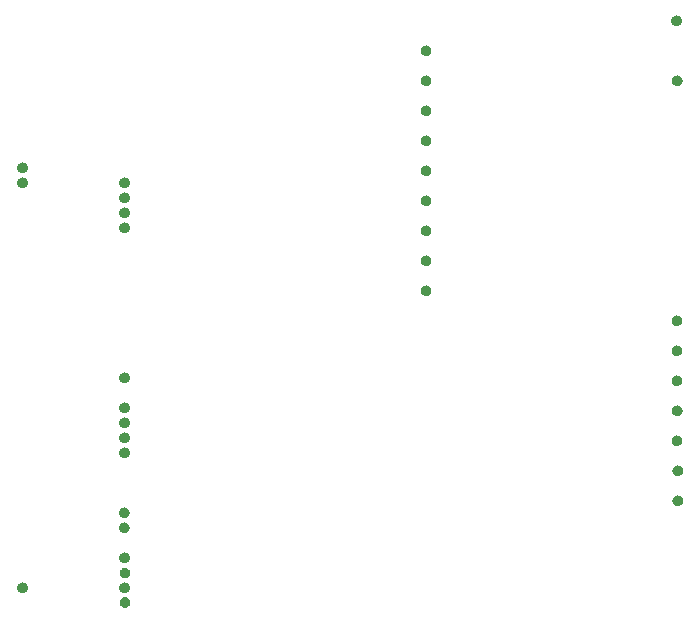
<source format=gbr>
G04 #@! TF.GenerationSoftware,KiCad,Pcbnew,5.1.5-52549c5~84~ubuntu18.04.1*
G04 #@! TF.CreationDate,2020-01-12T14:58:15-06:00*
G04 #@! TF.ProjectId,bloop-zturn-adapter,626c6f6f-702d-47a7-9475-726e2d616461,rev?*
G04 #@! TF.SameCoordinates,Original*
G04 #@! TF.FileFunction,Soldermask,Bot*
G04 #@! TF.FilePolarity,Negative*
%FSLAX46Y46*%
G04 Gerber Fmt 4.6, Leading zero omitted, Abs format (unit mm)*
G04 Created by KiCad (PCBNEW 5.1.5-52549c5~84~ubuntu18.04.1) date 2020-01-12 14:58:15*
%MOMM*%
%LPD*%
G04 APERTURE LIST*
%ADD10C,0.100000*%
G04 APERTURE END LIST*
D10*
G36*
X119881552Y-117816331D02*
G01*
X119963627Y-117850328D01*
X119963629Y-117850329D01*
X120000813Y-117875175D01*
X120037495Y-117899685D01*
X120100315Y-117962505D01*
X120149672Y-118036373D01*
X120183669Y-118118448D01*
X120201000Y-118205579D01*
X120201000Y-118294421D01*
X120183669Y-118381552D01*
X120149672Y-118463627D01*
X120149671Y-118463629D01*
X120100314Y-118537496D01*
X120037496Y-118600314D01*
X119963629Y-118649671D01*
X119963628Y-118649672D01*
X119963627Y-118649672D01*
X119881552Y-118683669D01*
X119794421Y-118701000D01*
X119705579Y-118701000D01*
X119618448Y-118683669D01*
X119536373Y-118649672D01*
X119536372Y-118649672D01*
X119536371Y-118649671D01*
X119462504Y-118600314D01*
X119399686Y-118537496D01*
X119350329Y-118463629D01*
X119350328Y-118463627D01*
X119316331Y-118381552D01*
X119299000Y-118294421D01*
X119299000Y-118205579D01*
X119316331Y-118118448D01*
X119350328Y-118036373D01*
X119399685Y-117962505D01*
X119462505Y-117899685D01*
X119499187Y-117875175D01*
X119536371Y-117850329D01*
X119536373Y-117850328D01*
X119618448Y-117816331D01*
X119705579Y-117799000D01*
X119794421Y-117799000D01*
X119881552Y-117816331D01*
G37*
G36*
X119849552Y-116581331D02*
G01*
X119931627Y-116615328D01*
X119931629Y-116615329D01*
X119968813Y-116640175D01*
X120005495Y-116664685D01*
X120068315Y-116727505D01*
X120117672Y-116801373D01*
X120151669Y-116883448D01*
X120169000Y-116970579D01*
X120169000Y-117059421D01*
X120151669Y-117146552D01*
X120117672Y-117228627D01*
X120117671Y-117228629D01*
X120068314Y-117302496D01*
X120005496Y-117365314D01*
X119931629Y-117414671D01*
X119931628Y-117414672D01*
X119931627Y-117414672D01*
X119849552Y-117448669D01*
X119762421Y-117466000D01*
X119673579Y-117466000D01*
X119586448Y-117448669D01*
X119504373Y-117414672D01*
X119504372Y-117414672D01*
X119504371Y-117414671D01*
X119430504Y-117365314D01*
X119367686Y-117302496D01*
X119318329Y-117228629D01*
X119318328Y-117228627D01*
X119284331Y-117146552D01*
X119267000Y-117059421D01*
X119267000Y-116970579D01*
X119284331Y-116883448D01*
X119318328Y-116801373D01*
X119367685Y-116727505D01*
X119430505Y-116664685D01*
X119467187Y-116640175D01*
X119504371Y-116615329D01*
X119504373Y-116615328D01*
X119586448Y-116581331D01*
X119673579Y-116564000D01*
X119762421Y-116564000D01*
X119849552Y-116581331D01*
G37*
G36*
X111213552Y-116581331D02*
G01*
X111295627Y-116615328D01*
X111295629Y-116615329D01*
X111332813Y-116640175D01*
X111369495Y-116664685D01*
X111432315Y-116727505D01*
X111481672Y-116801373D01*
X111515669Y-116883448D01*
X111533000Y-116970579D01*
X111533000Y-117059421D01*
X111515669Y-117146552D01*
X111481672Y-117228627D01*
X111481671Y-117228629D01*
X111432314Y-117302496D01*
X111369496Y-117365314D01*
X111295629Y-117414671D01*
X111295628Y-117414672D01*
X111295627Y-117414672D01*
X111213552Y-117448669D01*
X111126421Y-117466000D01*
X111037579Y-117466000D01*
X110950448Y-117448669D01*
X110868373Y-117414672D01*
X110868372Y-117414672D01*
X110868371Y-117414671D01*
X110794504Y-117365314D01*
X110731686Y-117302496D01*
X110682329Y-117228629D01*
X110682328Y-117228627D01*
X110648331Y-117146552D01*
X110631000Y-117059421D01*
X110631000Y-116970579D01*
X110648331Y-116883448D01*
X110682328Y-116801373D01*
X110731685Y-116727505D01*
X110794505Y-116664685D01*
X110831187Y-116640175D01*
X110868371Y-116615329D01*
X110868373Y-116615328D01*
X110950448Y-116581331D01*
X111037579Y-116564000D01*
X111126421Y-116564000D01*
X111213552Y-116581331D01*
G37*
G36*
X119874952Y-115336731D02*
G01*
X119957027Y-115370728D01*
X119957029Y-115370729D01*
X119994213Y-115395575D01*
X120030895Y-115420085D01*
X120093715Y-115482905D01*
X120143072Y-115556773D01*
X120177069Y-115638848D01*
X120194400Y-115725979D01*
X120194400Y-115814821D01*
X120177069Y-115901952D01*
X120143072Y-115984027D01*
X120143071Y-115984029D01*
X120093714Y-116057896D01*
X120030896Y-116120714D01*
X119957029Y-116170071D01*
X119957028Y-116170072D01*
X119957027Y-116170072D01*
X119874952Y-116204069D01*
X119787821Y-116221400D01*
X119698979Y-116221400D01*
X119611848Y-116204069D01*
X119529773Y-116170072D01*
X119529772Y-116170072D01*
X119529771Y-116170071D01*
X119455904Y-116120714D01*
X119393086Y-116057896D01*
X119343729Y-115984029D01*
X119343728Y-115984027D01*
X119309731Y-115901952D01*
X119292400Y-115814821D01*
X119292400Y-115725979D01*
X119309731Y-115638848D01*
X119343728Y-115556773D01*
X119393085Y-115482905D01*
X119455905Y-115420085D01*
X119492587Y-115395575D01*
X119529771Y-115370729D01*
X119529773Y-115370728D01*
X119611848Y-115336731D01*
X119698979Y-115319400D01*
X119787821Y-115319400D01*
X119874952Y-115336731D01*
G37*
G36*
X119849552Y-114041331D02*
G01*
X119931627Y-114075328D01*
X119931629Y-114075329D01*
X119968813Y-114100175D01*
X120005495Y-114124685D01*
X120068315Y-114187505D01*
X120117672Y-114261373D01*
X120151669Y-114343448D01*
X120169000Y-114430579D01*
X120169000Y-114519421D01*
X120151669Y-114606552D01*
X120117672Y-114688627D01*
X120117671Y-114688629D01*
X120068314Y-114762496D01*
X120005496Y-114825314D01*
X119931629Y-114874671D01*
X119931628Y-114874672D01*
X119931627Y-114874672D01*
X119849552Y-114908669D01*
X119762421Y-114926000D01*
X119673579Y-114926000D01*
X119586448Y-114908669D01*
X119504373Y-114874672D01*
X119504372Y-114874672D01*
X119504371Y-114874671D01*
X119430504Y-114825314D01*
X119367686Y-114762496D01*
X119318329Y-114688629D01*
X119318328Y-114688627D01*
X119284331Y-114606552D01*
X119267000Y-114519421D01*
X119267000Y-114430579D01*
X119284331Y-114343448D01*
X119318328Y-114261373D01*
X119367685Y-114187505D01*
X119430505Y-114124685D01*
X119467187Y-114100175D01*
X119504371Y-114075329D01*
X119504373Y-114075328D01*
X119586448Y-114041331D01*
X119673579Y-114024000D01*
X119762421Y-114024000D01*
X119849552Y-114041331D01*
G37*
G36*
X119824152Y-111501331D02*
G01*
X119906227Y-111535328D01*
X119906229Y-111535329D01*
X119943413Y-111560175D01*
X119980095Y-111584685D01*
X120042915Y-111647505D01*
X120092272Y-111721373D01*
X120126269Y-111803448D01*
X120143600Y-111890579D01*
X120143600Y-111979421D01*
X120126269Y-112066552D01*
X120092272Y-112148627D01*
X120092271Y-112148629D01*
X120042914Y-112222496D01*
X119980096Y-112285314D01*
X119906229Y-112334671D01*
X119906228Y-112334672D01*
X119906227Y-112334672D01*
X119824152Y-112368669D01*
X119737021Y-112386000D01*
X119648179Y-112386000D01*
X119561048Y-112368669D01*
X119478973Y-112334672D01*
X119478972Y-112334672D01*
X119478971Y-112334671D01*
X119405104Y-112285314D01*
X119342286Y-112222496D01*
X119292929Y-112148629D01*
X119292928Y-112148627D01*
X119258931Y-112066552D01*
X119241600Y-111979421D01*
X119241600Y-111890579D01*
X119258931Y-111803448D01*
X119292928Y-111721373D01*
X119342285Y-111647505D01*
X119405105Y-111584685D01*
X119441787Y-111560175D01*
X119478971Y-111535329D01*
X119478973Y-111535328D01*
X119561048Y-111501331D01*
X119648179Y-111484000D01*
X119737021Y-111484000D01*
X119824152Y-111501331D01*
G37*
G36*
X119824152Y-110231331D02*
G01*
X119906227Y-110265328D01*
X119906229Y-110265329D01*
X119943413Y-110290175D01*
X119980095Y-110314685D01*
X120042915Y-110377505D01*
X120092272Y-110451373D01*
X120126269Y-110533448D01*
X120143600Y-110620579D01*
X120143600Y-110709421D01*
X120126269Y-110796552D01*
X120092272Y-110878627D01*
X120092271Y-110878629D01*
X120042914Y-110952496D01*
X119980096Y-111015314D01*
X119906229Y-111064671D01*
X119906228Y-111064672D01*
X119906227Y-111064672D01*
X119824152Y-111098669D01*
X119737021Y-111116000D01*
X119648179Y-111116000D01*
X119561048Y-111098669D01*
X119478973Y-111064672D01*
X119478972Y-111064672D01*
X119478971Y-111064671D01*
X119405104Y-111015314D01*
X119342286Y-110952496D01*
X119292929Y-110878629D01*
X119292928Y-110878627D01*
X119258931Y-110796552D01*
X119241600Y-110709421D01*
X119241600Y-110620579D01*
X119258931Y-110533448D01*
X119292928Y-110451373D01*
X119342285Y-110377505D01*
X119405105Y-110314685D01*
X119441787Y-110290175D01*
X119478971Y-110265329D01*
X119478973Y-110265328D01*
X119561048Y-110231331D01*
X119648179Y-110214000D01*
X119737021Y-110214000D01*
X119824152Y-110231331D01*
G37*
G36*
X166687152Y-109215331D02*
G01*
X166769227Y-109249328D01*
X166769229Y-109249329D01*
X166806413Y-109274175D01*
X166843095Y-109298685D01*
X166905915Y-109361505D01*
X166955272Y-109435373D01*
X166989269Y-109517448D01*
X167006600Y-109604579D01*
X167006600Y-109693421D01*
X166989269Y-109780552D01*
X166955272Y-109862627D01*
X166955271Y-109862629D01*
X166905914Y-109936496D01*
X166843096Y-109999314D01*
X166769229Y-110048671D01*
X166769228Y-110048672D01*
X166769227Y-110048672D01*
X166687152Y-110082669D01*
X166600021Y-110100000D01*
X166511179Y-110100000D01*
X166424048Y-110082669D01*
X166341973Y-110048672D01*
X166341972Y-110048672D01*
X166341971Y-110048671D01*
X166268104Y-109999314D01*
X166205286Y-109936496D01*
X166155929Y-109862629D01*
X166155928Y-109862627D01*
X166121931Y-109780552D01*
X166104600Y-109693421D01*
X166104600Y-109604579D01*
X166121931Y-109517448D01*
X166155928Y-109435373D01*
X166205285Y-109361505D01*
X166268105Y-109298685D01*
X166304787Y-109274175D01*
X166341971Y-109249329D01*
X166341973Y-109249328D01*
X166424048Y-109215331D01*
X166511179Y-109198000D01*
X166600021Y-109198000D01*
X166687152Y-109215331D01*
G37*
G36*
X166687152Y-106675331D02*
G01*
X166769227Y-106709328D01*
X166769229Y-106709329D01*
X166806413Y-106734175D01*
X166843095Y-106758685D01*
X166905915Y-106821505D01*
X166955272Y-106895373D01*
X166989269Y-106977448D01*
X167006600Y-107064579D01*
X167006600Y-107153421D01*
X166989269Y-107240552D01*
X166955272Y-107322627D01*
X166955271Y-107322629D01*
X166905914Y-107396496D01*
X166843096Y-107459314D01*
X166769229Y-107508671D01*
X166769228Y-107508672D01*
X166769227Y-107508672D01*
X166687152Y-107542669D01*
X166600021Y-107560000D01*
X166511179Y-107560000D01*
X166424048Y-107542669D01*
X166341973Y-107508672D01*
X166341972Y-107508672D01*
X166341971Y-107508671D01*
X166268104Y-107459314D01*
X166205286Y-107396496D01*
X166155929Y-107322629D01*
X166155928Y-107322627D01*
X166121931Y-107240552D01*
X166104600Y-107153421D01*
X166104600Y-107064579D01*
X166121931Y-106977448D01*
X166155928Y-106895373D01*
X166205285Y-106821505D01*
X166268105Y-106758685D01*
X166304787Y-106734175D01*
X166341971Y-106709329D01*
X166341973Y-106709328D01*
X166424048Y-106675331D01*
X166511179Y-106658000D01*
X166600021Y-106658000D01*
X166687152Y-106675331D01*
G37*
G36*
X119849552Y-105151331D02*
G01*
X119931627Y-105185328D01*
X119931629Y-105185329D01*
X119968813Y-105210175D01*
X120005495Y-105234685D01*
X120068315Y-105297505D01*
X120117672Y-105371373D01*
X120151669Y-105453448D01*
X120169000Y-105540579D01*
X120169000Y-105629421D01*
X120151669Y-105716552D01*
X120117672Y-105798627D01*
X120117671Y-105798629D01*
X120068314Y-105872496D01*
X120005496Y-105935314D01*
X119931629Y-105984671D01*
X119931628Y-105984672D01*
X119931627Y-105984672D01*
X119849552Y-106018669D01*
X119762421Y-106036000D01*
X119673579Y-106036000D01*
X119586448Y-106018669D01*
X119504373Y-105984672D01*
X119504372Y-105984672D01*
X119504371Y-105984671D01*
X119430504Y-105935314D01*
X119367686Y-105872496D01*
X119318329Y-105798629D01*
X119318328Y-105798627D01*
X119284331Y-105716552D01*
X119267000Y-105629421D01*
X119267000Y-105540579D01*
X119284331Y-105453448D01*
X119318328Y-105371373D01*
X119367685Y-105297505D01*
X119430505Y-105234685D01*
X119467187Y-105210175D01*
X119504371Y-105185329D01*
X119504373Y-105185328D01*
X119586448Y-105151331D01*
X119673579Y-105134000D01*
X119762421Y-105134000D01*
X119849552Y-105151331D01*
G37*
G36*
X166610952Y-104135331D02*
G01*
X166693027Y-104169328D01*
X166693029Y-104169329D01*
X166714159Y-104183448D01*
X166766895Y-104218685D01*
X166829715Y-104281505D01*
X166879072Y-104355373D01*
X166913069Y-104437448D01*
X166930400Y-104524579D01*
X166930400Y-104613421D01*
X166913069Y-104700552D01*
X166893138Y-104748668D01*
X166879071Y-104782629D01*
X166829714Y-104856496D01*
X166766896Y-104919314D01*
X166693029Y-104968671D01*
X166693028Y-104968672D01*
X166693027Y-104968672D01*
X166610952Y-105002669D01*
X166523821Y-105020000D01*
X166434979Y-105020000D01*
X166347848Y-105002669D01*
X166265773Y-104968672D01*
X166265772Y-104968672D01*
X166265771Y-104968671D01*
X166191904Y-104919314D01*
X166129086Y-104856496D01*
X166079729Y-104782629D01*
X166065662Y-104748668D01*
X166045731Y-104700552D01*
X166028400Y-104613421D01*
X166028400Y-104524579D01*
X166045731Y-104437448D01*
X166079728Y-104355373D01*
X166129085Y-104281505D01*
X166191905Y-104218685D01*
X166244641Y-104183448D01*
X166265771Y-104169329D01*
X166265773Y-104169328D01*
X166347848Y-104135331D01*
X166434979Y-104118000D01*
X166523821Y-104118000D01*
X166610952Y-104135331D01*
G37*
G36*
X119849552Y-103881331D02*
G01*
X119931627Y-103915328D01*
X119931629Y-103915329D01*
X119968813Y-103940175D01*
X120005495Y-103964685D01*
X120068315Y-104027505D01*
X120117672Y-104101373D01*
X120151669Y-104183448D01*
X120169000Y-104270579D01*
X120169000Y-104359421D01*
X120151669Y-104446552D01*
X120119349Y-104524579D01*
X120117671Y-104528629D01*
X120068314Y-104602496D01*
X120005496Y-104665314D01*
X119931629Y-104714671D01*
X119931628Y-104714672D01*
X119931627Y-104714672D01*
X119849552Y-104748669D01*
X119762421Y-104766000D01*
X119673579Y-104766000D01*
X119586448Y-104748669D01*
X119504373Y-104714672D01*
X119504372Y-104714672D01*
X119504371Y-104714671D01*
X119430504Y-104665314D01*
X119367686Y-104602496D01*
X119318329Y-104528629D01*
X119316651Y-104524579D01*
X119284331Y-104446552D01*
X119267000Y-104359421D01*
X119267000Y-104270579D01*
X119284331Y-104183448D01*
X119318328Y-104101373D01*
X119367685Y-104027505D01*
X119430505Y-103964685D01*
X119467187Y-103940175D01*
X119504371Y-103915329D01*
X119504373Y-103915328D01*
X119586448Y-103881331D01*
X119673579Y-103864000D01*
X119762421Y-103864000D01*
X119849552Y-103881331D01*
G37*
G36*
X119849552Y-102611331D02*
G01*
X119931627Y-102645328D01*
X119931629Y-102645329D01*
X119968813Y-102670175D01*
X120005495Y-102694685D01*
X120068315Y-102757505D01*
X120117672Y-102831373D01*
X120151669Y-102913448D01*
X120169000Y-103000579D01*
X120169000Y-103089421D01*
X120151669Y-103176552D01*
X120117672Y-103258627D01*
X120117671Y-103258629D01*
X120068314Y-103332496D01*
X120005496Y-103395314D01*
X119931629Y-103444671D01*
X119931628Y-103444672D01*
X119931627Y-103444672D01*
X119849552Y-103478669D01*
X119762421Y-103496000D01*
X119673579Y-103496000D01*
X119586448Y-103478669D01*
X119504373Y-103444672D01*
X119504372Y-103444672D01*
X119504371Y-103444671D01*
X119430504Y-103395314D01*
X119367686Y-103332496D01*
X119318329Y-103258629D01*
X119318328Y-103258627D01*
X119284331Y-103176552D01*
X119267000Y-103089421D01*
X119267000Y-103000579D01*
X119284331Y-102913448D01*
X119318328Y-102831373D01*
X119367685Y-102757505D01*
X119430505Y-102694685D01*
X119467187Y-102670175D01*
X119504371Y-102645329D01*
X119504373Y-102645328D01*
X119586448Y-102611331D01*
X119673579Y-102594000D01*
X119762421Y-102594000D01*
X119849552Y-102611331D01*
G37*
G36*
X166636352Y-101595331D02*
G01*
X166718427Y-101629328D01*
X166718429Y-101629329D01*
X166739559Y-101643448D01*
X166792295Y-101678685D01*
X166855115Y-101741505D01*
X166904472Y-101815373D01*
X166938469Y-101897448D01*
X166955800Y-101984579D01*
X166955800Y-102073421D01*
X166938469Y-102160552D01*
X166918538Y-102208668D01*
X166904471Y-102242629D01*
X166855114Y-102316496D01*
X166792296Y-102379314D01*
X166718429Y-102428671D01*
X166718428Y-102428672D01*
X166718427Y-102428672D01*
X166636352Y-102462669D01*
X166549221Y-102480000D01*
X166460379Y-102480000D01*
X166373248Y-102462669D01*
X166291173Y-102428672D01*
X166291172Y-102428672D01*
X166291171Y-102428671D01*
X166217304Y-102379314D01*
X166154486Y-102316496D01*
X166105129Y-102242629D01*
X166091062Y-102208668D01*
X166071131Y-102160552D01*
X166053800Y-102073421D01*
X166053800Y-101984579D01*
X166071131Y-101897448D01*
X166105128Y-101815373D01*
X166154485Y-101741505D01*
X166217305Y-101678685D01*
X166270041Y-101643448D01*
X166291171Y-101629329D01*
X166291173Y-101629328D01*
X166373248Y-101595331D01*
X166460379Y-101578000D01*
X166549221Y-101578000D01*
X166636352Y-101595331D01*
G37*
G36*
X119849552Y-101341331D02*
G01*
X119931627Y-101375328D01*
X119931629Y-101375329D01*
X119968813Y-101400175D01*
X120005495Y-101424685D01*
X120068315Y-101487505D01*
X120117672Y-101561373D01*
X120151669Y-101643448D01*
X120169000Y-101730579D01*
X120169000Y-101819421D01*
X120151669Y-101906552D01*
X120119349Y-101984579D01*
X120117671Y-101988629D01*
X120068314Y-102062496D01*
X120005496Y-102125314D01*
X119931629Y-102174671D01*
X119931628Y-102174672D01*
X119931627Y-102174672D01*
X119849552Y-102208669D01*
X119762421Y-102226000D01*
X119673579Y-102226000D01*
X119586448Y-102208669D01*
X119504373Y-102174672D01*
X119504372Y-102174672D01*
X119504371Y-102174671D01*
X119430504Y-102125314D01*
X119367686Y-102062496D01*
X119318329Y-101988629D01*
X119316651Y-101984579D01*
X119284331Y-101906552D01*
X119267000Y-101819421D01*
X119267000Y-101730579D01*
X119284331Y-101643448D01*
X119318328Y-101561373D01*
X119367685Y-101487505D01*
X119430505Y-101424685D01*
X119467187Y-101400175D01*
X119504371Y-101375329D01*
X119504373Y-101375328D01*
X119586448Y-101341331D01*
X119673579Y-101324000D01*
X119762421Y-101324000D01*
X119849552Y-101341331D01*
G37*
G36*
X166610952Y-99055331D02*
G01*
X166693027Y-99089328D01*
X166693029Y-99089329D01*
X166714159Y-99103448D01*
X166766895Y-99138685D01*
X166829715Y-99201505D01*
X166879072Y-99275373D01*
X166913069Y-99357448D01*
X166930400Y-99444579D01*
X166930400Y-99533421D01*
X166913069Y-99620552D01*
X166893138Y-99668668D01*
X166879071Y-99702629D01*
X166829714Y-99776496D01*
X166766896Y-99839314D01*
X166693029Y-99888671D01*
X166693028Y-99888672D01*
X166693027Y-99888672D01*
X166610952Y-99922669D01*
X166523821Y-99940000D01*
X166434979Y-99940000D01*
X166347848Y-99922669D01*
X166265773Y-99888672D01*
X166265772Y-99888672D01*
X166265771Y-99888671D01*
X166191904Y-99839314D01*
X166129086Y-99776496D01*
X166079729Y-99702629D01*
X166065662Y-99668668D01*
X166045731Y-99620552D01*
X166028400Y-99533421D01*
X166028400Y-99444579D01*
X166045731Y-99357448D01*
X166079728Y-99275373D01*
X166129085Y-99201505D01*
X166191905Y-99138685D01*
X166244641Y-99103448D01*
X166265771Y-99089329D01*
X166265773Y-99089328D01*
X166347848Y-99055331D01*
X166434979Y-99038000D01*
X166523821Y-99038000D01*
X166610952Y-99055331D01*
G37*
G36*
X119849552Y-98801331D02*
G01*
X119931627Y-98835328D01*
X119931629Y-98835329D01*
X119968813Y-98860175D01*
X120005495Y-98884685D01*
X120068315Y-98947505D01*
X120117672Y-99021373D01*
X120151669Y-99103448D01*
X120169000Y-99190579D01*
X120169000Y-99279421D01*
X120151669Y-99366552D01*
X120119349Y-99444579D01*
X120117671Y-99448629D01*
X120068314Y-99522496D01*
X120005496Y-99585314D01*
X119931629Y-99634671D01*
X119931628Y-99634672D01*
X119931627Y-99634672D01*
X119849552Y-99668669D01*
X119762421Y-99686000D01*
X119673579Y-99686000D01*
X119586448Y-99668669D01*
X119504373Y-99634672D01*
X119504372Y-99634672D01*
X119504371Y-99634671D01*
X119430504Y-99585314D01*
X119367686Y-99522496D01*
X119318329Y-99448629D01*
X119316651Y-99444579D01*
X119284331Y-99366552D01*
X119267000Y-99279421D01*
X119267000Y-99190579D01*
X119284331Y-99103448D01*
X119318328Y-99021373D01*
X119367685Y-98947505D01*
X119430505Y-98884685D01*
X119467187Y-98860175D01*
X119504371Y-98835329D01*
X119504373Y-98835328D01*
X119586448Y-98801331D01*
X119673579Y-98784000D01*
X119762421Y-98784000D01*
X119849552Y-98801331D01*
G37*
G36*
X166610952Y-96515331D02*
G01*
X166693027Y-96549328D01*
X166693029Y-96549329D01*
X166730213Y-96574175D01*
X166766895Y-96598685D01*
X166829715Y-96661505D01*
X166879072Y-96735373D01*
X166913069Y-96817448D01*
X166930400Y-96904579D01*
X166930400Y-96993421D01*
X166913069Y-97080552D01*
X166879072Y-97162627D01*
X166879071Y-97162629D01*
X166829714Y-97236496D01*
X166766896Y-97299314D01*
X166693029Y-97348671D01*
X166693028Y-97348672D01*
X166693027Y-97348672D01*
X166610952Y-97382669D01*
X166523821Y-97400000D01*
X166434979Y-97400000D01*
X166347848Y-97382669D01*
X166265773Y-97348672D01*
X166265772Y-97348672D01*
X166265771Y-97348671D01*
X166191904Y-97299314D01*
X166129086Y-97236496D01*
X166079729Y-97162629D01*
X166079728Y-97162627D01*
X166045731Y-97080552D01*
X166028400Y-96993421D01*
X166028400Y-96904579D01*
X166045731Y-96817448D01*
X166079728Y-96735373D01*
X166129085Y-96661505D01*
X166191905Y-96598685D01*
X166228587Y-96574175D01*
X166265771Y-96549329D01*
X166265773Y-96549328D01*
X166347848Y-96515331D01*
X166434979Y-96498000D01*
X166523821Y-96498000D01*
X166610952Y-96515331D01*
G37*
G36*
X166610952Y-93975331D02*
G01*
X166693027Y-94009328D01*
X166693029Y-94009329D01*
X166730213Y-94034175D01*
X166766895Y-94058685D01*
X166829715Y-94121505D01*
X166879072Y-94195373D01*
X166913069Y-94277448D01*
X166930400Y-94364579D01*
X166930400Y-94453421D01*
X166913069Y-94540552D01*
X166879072Y-94622627D01*
X166879071Y-94622629D01*
X166829714Y-94696496D01*
X166766896Y-94759314D01*
X166693029Y-94808671D01*
X166693028Y-94808672D01*
X166693027Y-94808672D01*
X166610952Y-94842669D01*
X166523821Y-94860000D01*
X166434979Y-94860000D01*
X166347848Y-94842669D01*
X166265773Y-94808672D01*
X166265772Y-94808672D01*
X166265771Y-94808671D01*
X166191904Y-94759314D01*
X166129086Y-94696496D01*
X166079729Y-94622629D01*
X166079728Y-94622627D01*
X166045731Y-94540552D01*
X166028400Y-94453421D01*
X166028400Y-94364579D01*
X166045731Y-94277448D01*
X166079728Y-94195373D01*
X166129085Y-94121505D01*
X166191905Y-94058685D01*
X166228587Y-94034175D01*
X166265771Y-94009329D01*
X166265773Y-94009328D01*
X166347848Y-93975331D01*
X166434979Y-93958000D01*
X166523821Y-93958000D01*
X166610952Y-93975331D01*
G37*
G36*
X145376552Y-91435331D02*
G01*
X145458627Y-91469328D01*
X145458629Y-91469329D01*
X145495813Y-91494175D01*
X145532495Y-91518685D01*
X145595315Y-91581505D01*
X145644672Y-91655373D01*
X145678669Y-91737448D01*
X145696000Y-91824579D01*
X145696000Y-91913421D01*
X145678669Y-92000552D01*
X145644672Y-92082627D01*
X145644671Y-92082629D01*
X145595314Y-92156496D01*
X145532496Y-92219314D01*
X145458629Y-92268671D01*
X145458628Y-92268672D01*
X145458627Y-92268672D01*
X145376552Y-92302669D01*
X145289421Y-92320000D01*
X145200579Y-92320000D01*
X145113448Y-92302669D01*
X145031373Y-92268672D01*
X145031372Y-92268672D01*
X145031371Y-92268671D01*
X144957504Y-92219314D01*
X144894686Y-92156496D01*
X144845329Y-92082629D01*
X144845328Y-92082627D01*
X144811331Y-92000552D01*
X144794000Y-91913421D01*
X144794000Y-91824579D01*
X144811331Y-91737448D01*
X144845328Y-91655373D01*
X144894685Y-91581505D01*
X144957505Y-91518685D01*
X144994187Y-91494175D01*
X145031371Y-91469329D01*
X145031373Y-91469328D01*
X145113448Y-91435331D01*
X145200579Y-91418000D01*
X145289421Y-91418000D01*
X145376552Y-91435331D01*
G37*
G36*
X145376552Y-88895331D02*
G01*
X145458627Y-88929328D01*
X145458629Y-88929329D01*
X145495813Y-88954175D01*
X145532495Y-88978685D01*
X145595315Y-89041505D01*
X145644672Y-89115373D01*
X145678669Y-89197448D01*
X145696000Y-89284579D01*
X145696000Y-89373421D01*
X145678669Y-89460552D01*
X145644672Y-89542627D01*
X145644671Y-89542629D01*
X145595314Y-89616496D01*
X145532496Y-89679314D01*
X145458629Y-89728671D01*
X145458628Y-89728672D01*
X145458627Y-89728672D01*
X145376552Y-89762669D01*
X145289421Y-89780000D01*
X145200579Y-89780000D01*
X145113448Y-89762669D01*
X145031373Y-89728672D01*
X145031372Y-89728672D01*
X145031371Y-89728671D01*
X144957504Y-89679314D01*
X144894686Y-89616496D01*
X144845329Y-89542629D01*
X144845328Y-89542627D01*
X144811331Y-89460552D01*
X144794000Y-89373421D01*
X144794000Y-89284579D01*
X144811331Y-89197448D01*
X144845328Y-89115373D01*
X144894685Y-89041505D01*
X144957505Y-88978685D01*
X144994187Y-88954175D01*
X145031371Y-88929329D01*
X145031373Y-88929328D01*
X145113448Y-88895331D01*
X145200579Y-88878000D01*
X145289421Y-88878000D01*
X145376552Y-88895331D01*
G37*
G36*
X145376552Y-86355331D02*
G01*
X145458627Y-86389328D01*
X145458629Y-86389329D01*
X145479759Y-86403448D01*
X145532495Y-86438685D01*
X145595315Y-86501505D01*
X145644672Y-86575373D01*
X145678669Y-86657448D01*
X145696000Y-86744579D01*
X145696000Y-86833421D01*
X145678669Y-86920552D01*
X145658738Y-86968668D01*
X145644671Y-87002629D01*
X145595314Y-87076496D01*
X145532496Y-87139314D01*
X145458629Y-87188671D01*
X145458628Y-87188672D01*
X145458627Y-87188672D01*
X145376552Y-87222669D01*
X145289421Y-87240000D01*
X145200579Y-87240000D01*
X145113448Y-87222669D01*
X145031373Y-87188672D01*
X145031372Y-87188672D01*
X145031371Y-87188671D01*
X144957504Y-87139314D01*
X144894686Y-87076496D01*
X144845329Y-87002629D01*
X144831262Y-86968668D01*
X144811331Y-86920552D01*
X144794000Y-86833421D01*
X144794000Y-86744579D01*
X144811331Y-86657448D01*
X144845328Y-86575373D01*
X144894685Y-86501505D01*
X144957505Y-86438685D01*
X145010241Y-86403448D01*
X145031371Y-86389329D01*
X145031373Y-86389328D01*
X145113448Y-86355331D01*
X145200579Y-86338000D01*
X145289421Y-86338000D01*
X145376552Y-86355331D01*
G37*
G36*
X119849552Y-86101331D02*
G01*
X119931627Y-86135328D01*
X119931629Y-86135329D01*
X119968813Y-86160175D01*
X120005495Y-86184685D01*
X120068315Y-86247505D01*
X120117672Y-86321373D01*
X120151669Y-86403448D01*
X120169000Y-86490579D01*
X120169000Y-86579421D01*
X120151669Y-86666552D01*
X120119349Y-86744579D01*
X120117671Y-86748629D01*
X120068314Y-86822496D01*
X120005496Y-86885314D01*
X119931629Y-86934671D01*
X119931628Y-86934672D01*
X119931627Y-86934672D01*
X119849552Y-86968669D01*
X119762421Y-86986000D01*
X119673579Y-86986000D01*
X119586448Y-86968669D01*
X119504373Y-86934672D01*
X119504372Y-86934672D01*
X119504371Y-86934671D01*
X119430504Y-86885314D01*
X119367686Y-86822496D01*
X119318329Y-86748629D01*
X119316651Y-86744579D01*
X119284331Y-86666552D01*
X119267000Y-86579421D01*
X119267000Y-86490579D01*
X119284331Y-86403448D01*
X119318328Y-86321373D01*
X119367685Y-86247505D01*
X119430505Y-86184685D01*
X119467187Y-86160175D01*
X119504371Y-86135329D01*
X119504373Y-86135328D01*
X119586448Y-86101331D01*
X119673579Y-86084000D01*
X119762421Y-86084000D01*
X119849552Y-86101331D01*
G37*
G36*
X119849552Y-84831331D02*
G01*
X119931627Y-84865328D01*
X119931629Y-84865329D01*
X119968813Y-84890175D01*
X120005495Y-84914685D01*
X120068315Y-84977505D01*
X120117672Y-85051373D01*
X120151669Y-85133448D01*
X120169000Y-85220579D01*
X120169000Y-85309421D01*
X120151669Y-85396552D01*
X120117672Y-85478627D01*
X120117671Y-85478629D01*
X120068314Y-85552496D01*
X120005496Y-85615314D01*
X119931629Y-85664671D01*
X119931628Y-85664672D01*
X119931627Y-85664672D01*
X119849552Y-85698669D01*
X119762421Y-85716000D01*
X119673579Y-85716000D01*
X119586448Y-85698669D01*
X119504373Y-85664672D01*
X119504372Y-85664672D01*
X119504371Y-85664671D01*
X119430504Y-85615314D01*
X119367686Y-85552496D01*
X119318329Y-85478629D01*
X119318328Y-85478627D01*
X119284331Y-85396552D01*
X119267000Y-85309421D01*
X119267000Y-85220579D01*
X119284331Y-85133448D01*
X119318328Y-85051373D01*
X119367685Y-84977505D01*
X119430505Y-84914685D01*
X119467187Y-84890175D01*
X119504371Y-84865329D01*
X119504373Y-84865328D01*
X119586448Y-84831331D01*
X119673579Y-84814000D01*
X119762421Y-84814000D01*
X119849552Y-84831331D01*
G37*
G36*
X145376552Y-83815331D02*
G01*
X145458627Y-83849328D01*
X145458629Y-83849329D01*
X145479759Y-83863448D01*
X145532495Y-83898685D01*
X145595315Y-83961505D01*
X145644672Y-84035373D01*
X145678669Y-84117448D01*
X145696000Y-84204579D01*
X145696000Y-84293421D01*
X145678669Y-84380552D01*
X145658738Y-84428668D01*
X145644671Y-84462629D01*
X145595314Y-84536496D01*
X145532496Y-84599314D01*
X145458629Y-84648671D01*
X145458628Y-84648672D01*
X145458627Y-84648672D01*
X145376552Y-84682669D01*
X145289421Y-84700000D01*
X145200579Y-84700000D01*
X145113448Y-84682669D01*
X145031373Y-84648672D01*
X145031372Y-84648672D01*
X145031371Y-84648671D01*
X144957504Y-84599314D01*
X144894686Y-84536496D01*
X144845329Y-84462629D01*
X144831262Y-84428668D01*
X144811331Y-84380552D01*
X144794000Y-84293421D01*
X144794000Y-84204579D01*
X144811331Y-84117448D01*
X144845328Y-84035373D01*
X144894685Y-83961505D01*
X144957505Y-83898685D01*
X145010241Y-83863448D01*
X145031371Y-83849329D01*
X145031373Y-83849328D01*
X145113448Y-83815331D01*
X145200579Y-83798000D01*
X145289421Y-83798000D01*
X145376552Y-83815331D01*
G37*
G36*
X119849552Y-83561331D02*
G01*
X119931627Y-83595328D01*
X119931629Y-83595329D01*
X119968813Y-83620175D01*
X120005495Y-83644685D01*
X120068315Y-83707505D01*
X120117672Y-83781373D01*
X120151669Y-83863448D01*
X120169000Y-83950579D01*
X120169000Y-84039421D01*
X120151669Y-84126552D01*
X120119349Y-84204579D01*
X120117671Y-84208629D01*
X120068314Y-84282496D01*
X120005496Y-84345314D01*
X119931629Y-84394671D01*
X119931628Y-84394672D01*
X119931627Y-84394672D01*
X119849552Y-84428669D01*
X119762421Y-84446000D01*
X119673579Y-84446000D01*
X119586448Y-84428669D01*
X119504373Y-84394672D01*
X119504372Y-84394672D01*
X119504371Y-84394671D01*
X119430504Y-84345314D01*
X119367686Y-84282496D01*
X119318329Y-84208629D01*
X119316651Y-84204579D01*
X119284331Y-84126552D01*
X119267000Y-84039421D01*
X119267000Y-83950579D01*
X119284331Y-83863448D01*
X119318328Y-83781373D01*
X119367685Y-83707505D01*
X119430505Y-83644685D01*
X119467187Y-83620175D01*
X119504371Y-83595329D01*
X119504373Y-83595328D01*
X119586448Y-83561331D01*
X119673579Y-83544000D01*
X119762421Y-83544000D01*
X119849552Y-83561331D01*
G37*
G36*
X111213552Y-82291331D02*
G01*
X111295627Y-82325328D01*
X111295629Y-82325329D01*
X111332813Y-82350175D01*
X111369495Y-82374685D01*
X111432315Y-82437505D01*
X111481672Y-82511373D01*
X111515669Y-82593448D01*
X111533000Y-82680579D01*
X111533000Y-82769421D01*
X111515669Y-82856552D01*
X111481672Y-82938627D01*
X111481671Y-82938629D01*
X111432314Y-83012496D01*
X111369496Y-83075314D01*
X111295629Y-83124671D01*
X111295628Y-83124672D01*
X111295627Y-83124672D01*
X111213552Y-83158669D01*
X111126421Y-83176000D01*
X111037579Y-83176000D01*
X110950448Y-83158669D01*
X110868373Y-83124672D01*
X110868372Y-83124672D01*
X110868371Y-83124671D01*
X110794504Y-83075314D01*
X110731686Y-83012496D01*
X110682329Y-82938629D01*
X110682328Y-82938627D01*
X110648331Y-82856552D01*
X110631000Y-82769421D01*
X110631000Y-82680579D01*
X110648331Y-82593448D01*
X110682328Y-82511373D01*
X110731685Y-82437505D01*
X110794505Y-82374685D01*
X110831187Y-82350175D01*
X110868371Y-82325329D01*
X110868373Y-82325328D01*
X110950448Y-82291331D01*
X111037579Y-82274000D01*
X111126421Y-82274000D01*
X111213552Y-82291331D01*
G37*
G36*
X119849552Y-82291331D02*
G01*
X119931627Y-82325328D01*
X119931629Y-82325329D01*
X119968813Y-82350175D01*
X120005495Y-82374685D01*
X120068315Y-82437505D01*
X120117672Y-82511373D01*
X120151669Y-82593448D01*
X120169000Y-82680579D01*
X120169000Y-82769421D01*
X120151669Y-82856552D01*
X120117672Y-82938627D01*
X120117671Y-82938629D01*
X120068314Y-83012496D01*
X120005496Y-83075314D01*
X119931629Y-83124671D01*
X119931628Y-83124672D01*
X119931627Y-83124672D01*
X119849552Y-83158669D01*
X119762421Y-83176000D01*
X119673579Y-83176000D01*
X119586448Y-83158669D01*
X119504373Y-83124672D01*
X119504372Y-83124672D01*
X119504371Y-83124671D01*
X119430504Y-83075314D01*
X119367686Y-83012496D01*
X119318329Y-82938629D01*
X119318328Y-82938627D01*
X119284331Y-82856552D01*
X119267000Y-82769421D01*
X119267000Y-82680579D01*
X119284331Y-82593448D01*
X119318328Y-82511373D01*
X119367685Y-82437505D01*
X119430505Y-82374685D01*
X119467187Y-82350175D01*
X119504371Y-82325329D01*
X119504373Y-82325328D01*
X119586448Y-82291331D01*
X119673579Y-82274000D01*
X119762421Y-82274000D01*
X119849552Y-82291331D01*
G37*
G36*
X145376552Y-81275331D02*
G01*
X145458627Y-81309328D01*
X145458629Y-81309329D01*
X145479759Y-81323448D01*
X145532495Y-81358685D01*
X145595315Y-81421505D01*
X145644672Y-81495373D01*
X145678669Y-81577448D01*
X145696000Y-81664579D01*
X145696000Y-81753421D01*
X145678669Y-81840552D01*
X145658738Y-81888668D01*
X145644671Y-81922629D01*
X145595314Y-81996496D01*
X145532496Y-82059314D01*
X145458629Y-82108671D01*
X145458628Y-82108672D01*
X145458627Y-82108672D01*
X145376552Y-82142669D01*
X145289421Y-82160000D01*
X145200579Y-82160000D01*
X145113448Y-82142669D01*
X145031373Y-82108672D01*
X145031372Y-82108672D01*
X145031371Y-82108671D01*
X144957504Y-82059314D01*
X144894686Y-81996496D01*
X144845329Y-81922629D01*
X144831262Y-81888668D01*
X144811331Y-81840552D01*
X144794000Y-81753421D01*
X144794000Y-81664579D01*
X144811331Y-81577448D01*
X144845328Y-81495373D01*
X144894685Y-81421505D01*
X144957505Y-81358685D01*
X145010241Y-81323448D01*
X145031371Y-81309329D01*
X145031373Y-81309328D01*
X145113448Y-81275331D01*
X145200579Y-81258000D01*
X145289421Y-81258000D01*
X145376552Y-81275331D01*
G37*
G36*
X111213552Y-81021331D02*
G01*
X111295627Y-81055328D01*
X111295629Y-81055329D01*
X111332813Y-81080175D01*
X111369495Y-81104685D01*
X111432315Y-81167505D01*
X111481672Y-81241373D01*
X111515669Y-81323448D01*
X111533000Y-81410579D01*
X111533000Y-81499421D01*
X111515669Y-81586552D01*
X111483349Y-81664579D01*
X111481671Y-81668629D01*
X111432314Y-81742496D01*
X111369496Y-81805314D01*
X111295629Y-81854671D01*
X111295628Y-81854672D01*
X111295627Y-81854672D01*
X111213552Y-81888669D01*
X111126421Y-81906000D01*
X111037579Y-81906000D01*
X110950448Y-81888669D01*
X110868373Y-81854672D01*
X110868372Y-81854672D01*
X110868371Y-81854671D01*
X110794504Y-81805314D01*
X110731686Y-81742496D01*
X110682329Y-81668629D01*
X110680651Y-81664579D01*
X110648331Y-81586552D01*
X110631000Y-81499421D01*
X110631000Y-81410579D01*
X110648331Y-81323448D01*
X110682328Y-81241373D01*
X110731685Y-81167505D01*
X110794505Y-81104685D01*
X110831187Y-81080175D01*
X110868371Y-81055329D01*
X110868373Y-81055328D01*
X110950448Y-81021331D01*
X111037579Y-81004000D01*
X111126421Y-81004000D01*
X111213552Y-81021331D01*
G37*
G36*
X145376552Y-78735331D02*
G01*
X145458627Y-78769328D01*
X145458629Y-78769329D01*
X145495813Y-78794175D01*
X145532495Y-78818685D01*
X145595315Y-78881505D01*
X145644672Y-78955373D01*
X145678669Y-79037448D01*
X145696000Y-79124579D01*
X145696000Y-79213421D01*
X145678669Y-79300552D01*
X145644672Y-79382627D01*
X145644671Y-79382629D01*
X145595314Y-79456496D01*
X145532496Y-79519314D01*
X145458629Y-79568671D01*
X145458628Y-79568672D01*
X145458627Y-79568672D01*
X145376552Y-79602669D01*
X145289421Y-79620000D01*
X145200579Y-79620000D01*
X145113448Y-79602669D01*
X145031373Y-79568672D01*
X145031372Y-79568672D01*
X145031371Y-79568671D01*
X144957504Y-79519314D01*
X144894686Y-79456496D01*
X144845329Y-79382629D01*
X144845328Y-79382627D01*
X144811331Y-79300552D01*
X144794000Y-79213421D01*
X144794000Y-79124579D01*
X144811331Y-79037448D01*
X144845328Y-78955373D01*
X144894685Y-78881505D01*
X144957505Y-78818685D01*
X144994187Y-78794175D01*
X145031371Y-78769329D01*
X145031373Y-78769328D01*
X145113448Y-78735331D01*
X145200579Y-78718000D01*
X145289421Y-78718000D01*
X145376552Y-78735331D01*
G37*
G36*
X145376552Y-76195331D02*
G01*
X145458627Y-76229328D01*
X145458629Y-76229329D01*
X145495813Y-76254175D01*
X145532495Y-76278685D01*
X145595315Y-76341505D01*
X145644672Y-76415373D01*
X145678669Y-76497448D01*
X145696000Y-76584579D01*
X145696000Y-76673421D01*
X145678669Y-76760552D01*
X145644672Y-76842627D01*
X145644671Y-76842629D01*
X145595314Y-76916496D01*
X145532496Y-76979314D01*
X145458629Y-77028671D01*
X145458628Y-77028672D01*
X145458627Y-77028672D01*
X145376552Y-77062669D01*
X145289421Y-77080000D01*
X145200579Y-77080000D01*
X145113448Y-77062669D01*
X145031373Y-77028672D01*
X145031372Y-77028672D01*
X145031371Y-77028671D01*
X144957504Y-76979314D01*
X144894686Y-76916496D01*
X144845329Y-76842629D01*
X144845328Y-76842627D01*
X144811331Y-76760552D01*
X144794000Y-76673421D01*
X144794000Y-76584579D01*
X144811331Y-76497448D01*
X144845328Y-76415373D01*
X144894685Y-76341505D01*
X144957505Y-76278685D01*
X144994187Y-76254175D01*
X145031371Y-76229329D01*
X145031373Y-76229328D01*
X145113448Y-76195331D01*
X145200579Y-76178000D01*
X145289421Y-76178000D01*
X145376552Y-76195331D01*
G37*
G36*
X166636352Y-73655331D02*
G01*
X166718427Y-73689328D01*
X166718429Y-73689329D01*
X166755613Y-73714175D01*
X166792295Y-73738685D01*
X166855115Y-73801505D01*
X166904472Y-73875373D01*
X166938469Y-73957448D01*
X166955800Y-74044579D01*
X166955800Y-74133421D01*
X166938469Y-74220552D01*
X166904472Y-74302627D01*
X166904471Y-74302629D01*
X166855114Y-74376496D01*
X166792296Y-74439314D01*
X166718429Y-74488671D01*
X166718428Y-74488672D01*
X166718427Y-74488672D01*
X166636352Y-74522669D01*
X166549221Y-74540000D01*
X166460379Y-74540000D01*
X166373248Y-74522669D01*
X166291173Y-74488672D01*
X166291172Y-74488672D01*
X166291171Y-74488671D01*
X166217304Y-74439314D01*
X166154486Y-74376496D01*
X166105129Y-74302629D01*
X166105128Y-74302627D01*
X166071131Y-74220552D01*
X166053800Y-74133421D01*
X166053800Y-74044579D01*
X166071131Y-73957448D01*
X166105128Y-73875373D01*
X166154485Y-73801505D01*
X166217305Y-73738685D01*
X166253987Y-73714175D01*
X166291171Y-73689329D01*
X166291173Y-73689328D01*
X166373248Y-73655331D01*
X166460379Y-73638000D01*
X166549221Y-73638000D01*
X166636352Y-73655331D01*
G37*
G36*
X145376552Y-73655331D02*
G01*
X145458627Y-73689328D01*
X145458629Y-73689329D01*
X145495813Y-73714175D01*
X145532495Y-73738685D01*
X145595315Y-73801505D01*
X145644672Y-73875373D01*
X145678669Y-73957448D01*
X145696000Y-74044579D01*
X145696000Y-74133421D01*
X145678669Y-74220552D01*
X145644672Y-74302627D01*
X145644671Y-74302629D01*
X145595314Y-74376496D01*
X145532496Y-74439314D01*
X145458629Y-74488671D01*
X145458628Y-74488672D01*
X145458627Y-74488672D01*
X145376552Y-74522669D01*
X145289421Y-74540000D01*
X145200579Y-74540000D01*
X145113448Y-74522669D01*
X145031373Y-74488672D01*
X145031372Y-74488672D01*
X145031371Y-74488671D01*
X144957504Y-74439314D01*
X144894686Y-74376496D01*
X144845329Y-74302629D01*
X144845328Y-74302627D01*
X144811331Y-74220552D01*
X144794000Y-74133421D01*
X144794000Y-74044579D01*
X144811331Y-73957448D01*
X144845328Y-73875373D01*
X144894685Y-73801505D01*
X144957505Y-73738685D01*
X144994187Y-73714175D01*
X145031371Y-73689329D01*
X145031373Y-73689328D01*
X145113448Y-73655331D01*
X145200579Y-73638000D01*
X145289421Y-73638000D01*
X145376552Y-73655331D01*
G37*
G36*
X145376552Y-71115331D02*
G01*
X145458627Y-71149328D01*
X145458629Y-71149329D01*
X145495813Y-71174175D01*
X145532495Y-71198685D01*
X145595315Y-71261505D01*
X145644672Y-71335373D01*
X145678669Y-71417448D01*
X145696000Y-71504579D01*
X145696000Y-71593421D01*
X145678669Y-71680552D01*
X145644672Y-71762627D01*
X145644671Y-71762629D01*
X145595314Y-71836496D01*
X145532496Y-71899314D01*
X145458629Y-71948671D01*
X145458628Y-71948672D01*
X145458627Y-71948672D01*
X145376552Y-71982669D01*
X145289421Y-72000000D01*
X145200579Y-72000000D01*
X145113448Y-71982669D01*
X145031373Y-71948672D01*
X145031372Y-71948672D01*
X145031371Y-71948671D01*
X144957504Y-71899314D01*
X144894686Y-71836496D01*
X144845329Y-71762629D01*
X144845328Y-71762627D01*
X144811331Y-71680552D01*
X144794000Y-71593421D01*
X144794000Y-71504579D01*
X144811331Y-71417448D01*
X144845328Y-71335373D01*
X144894685Y-71261505D01*
X144957505Y-71198685D01*
X144994187Y-71174175D01*
X145031371Y-71149329D01*
X145031373Y-71149328D01*
X145113448Y-71115331D01*
X145200579Y-71098000D01*
X145289421Y-71098000D01*
X145376552Y-71115331D01*
G37*
G36*
X166585552Y-68575331D02*
G01*
X166667627Y-68609328D01*
X166667629Y-68609329D01*
X166704813Y-68634175D01*
X166741495Y-68658685D01*
X166804315Y-68721505D01*
X166853672Y-68795373D01*
X166887669Y-68877448D01*
X166905000Y-68964579D01*
X166905000Y-69053421D01*
X166887669Y-69140552D01*
X166853672Y-69222627D01*
X166853671Y-69222629D01*
X166804314Y-69296496D01*
X166741496Y-69359314D01*
X166667629Y-69408671D01*
X166667628Y-69408672D01*
X166667627Y-69408672D01*
X166585552Y-69442669D01*
X166498421Y-69460000D01*
X166409579Y-69460000D01*
X166322448Y-69442669D01*
X166240373Y-69408672D01*
X166240372Y-69408672D01*
X166240371Y-69408671D01*
X166166504Y-69359314D01*
X166103686Y-69296496D01*
X166054329Y-69222629D01*
X166054328Y-69222627D01*
X166020331Y-69140552D01*
X166003000Y-69053421D01*
X166003000Y-68964579D01*
X166020331Y-68877448D01*
X166054328Y-68795373D01*
X166103685Y-68721505D01*
X166166505Y-68658685D01*
X166203187Y-68634175D01*
X166240371Y-68609329D01*
X166240373Y-68609328D01*
X166322448Y-68575331D01*
X166409579Y-68558000D01*
X166498421Y-68558000D01*
X166585552Y-68575331D01*
G37*
M02*

</source>
